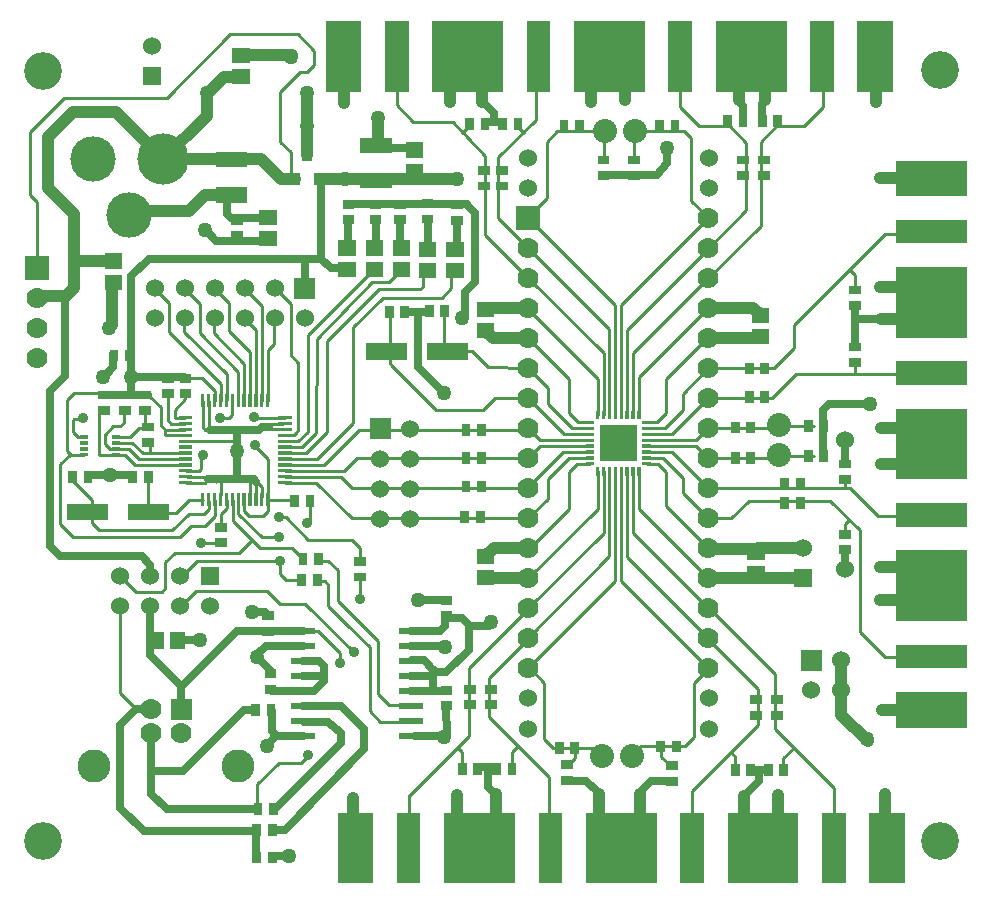
<source format=gbr>
G04 start of page 2 for group 0 idx 0 *
G04 Title: (unknown), top *
G04 Creator: pcb 1.99z *
G04 CreationDate: Fri Sep 27 15:25:28 2013 UTC *
G04 For: tim *
G04 Format: Gerber/RS-274X *
G04 PCB-Dimensions (mil): 3240.00 2900.00 *
G04 PCB-Coordinate-Origin: lower left *
%MOIN*%
%FSLAX25Y25*%
%LNTOP*%
%ADD43C,0.1450*%
%ADD42C,0.1250*%
%ADD41C,0.0300*%
%ADD40C,0.0900*%
%ADD39C,0.0380*%
%ADD38C,0.0450*%
%ADD37C,0.0480*%
%ADD36C,0.0580*%
%ADD35C,0.0350*%
%ADD34C,0.1000*%
%ADD33C,0.0200*%
%ADD32C,0.1260*%
%ADD31C,0.0500*%
%ADD30C,0.0360*%
%ADD29R,0.0118X0.0118*%
%ADD28R,0.0200X0.0200*%
%ADD27R,0.0340X0.0340*%
%ADD26R,0.0110X0.0110*%
%ADD25R,0.0551X0.0551*%
%ADD24R,0.0295X0.0295*%
%ADD23R,0.0512X0.0512*%
%ADD22R,0.1181X0.1181*%
%ADD21R,0.0787X0.0787*%
%ADD20C,0.0800*%
%ADD19C,0.1710*%
%ADD18C,0.1510*%
%ADD17C,0.1100*%
%ADD16C,0.0600*%
%ADD15C,0.0700*%
%ADD14C,0.0001*%
%ADD13C,0.0250*%
%ADD12C,0.0400*%
%ADD11C,0.0100*%
G54D11*X236255Y203655D02*X253537Y220937D01*
X207078Y194397D02*X236094Y223413D01*
X209046Y186289D02*X236170Y213413D01*
X205110Y194397D02*X176094Y223413D01*
X203143Y186292D02*X175941Y213493D01*
X201174Y178334D02*X176094Y203413D01*
X211015Y178334D02*X236094Y203413D01*
X212983Y170344D02*X236094Y193456D01*
X222094Y169913D02*X235594Y183413D01*
X199206Y169802D02*X175594Y193413D01*
X189594Y169913D02*X176094Y183413D01*
X182594Y166913D02*X176094Y173413D01*
X248813Y248496D02*X243301Y254008D01*
G54D12*X246450Y262670D02*Y275268D01*
G54D13*X247594Y256413D02*Y260913D01*
X246094Y262413D01*
G54D11*X253537Y220937D02*Y248890D01*
X258655Y254008D01*
X268104D01*
X274403Y260307D01*
Y276843D01*
G54D12*X255112Y262670D02*Y276056D01*
X292120Y262276D02*Y276843D01*
X293301Y236685D02*X310624D01*
G54D13*X254094Y255913D02*Y261413D01*
X255594Y262913D01*
G54D11*X236138Y213457D02*X236214D01*
X248813Y226056D01*
Y248496D01*
X236214Y223300D02*X230309Y229205D01*
Y250071D01*
X227946Y252433D02*X210781D01*
X185820D02*X201175D01*
G54D12*X196844Y262276D02*Y276843D01*
X197238Y277237D01*
X208261Y262670D02*Y276449D01*
G54D11*X201175Y242985D02*Y252040D01*
X211411Y243378D02*Y252040D01*
X243301Y254008D02*X233065D01*
X226765Y260307D01*
Y277237D01*
Y266213D01*
X230309Y250071D02*X227946Y252433D01*
G54D13*X201175Y237867D02*X218891D01*
X222435Y241804D01*
Y247315D01*
G54D11*X207078Y157862D02*Y194397D01*
X209046Y157862D02*Y186289D01*
X211015Y157862D02*Y178334D01*
X205110Y157862D02*Y194397D01*
X203143Y157862D02*Y186292D01*
X212983Y157862D02*Y170344D01*
X201174Y157862D02*Y178334D01*
X199206Y157862D02*Y169802D01*
X232078Y149397D02*X236094Y153413D01*
X224046Y151365D02*X236094Y163413D01*
X227594Y159413D02*Y164913D01*
X236094Y173413D01*
X222094Y158413D02*Y169913D01*
X215543Y153334D02*X221515D01*
X215543Y155302D02*X218983D01*
X221515Y153334D02*X227594Y159413D01*
X218983Y155302D02*X222094Y158413D01*
X215543Y149397D02*X232078D01*
X215543Y151365D02*X224046D01*
G54D13*X281594Y141413D02*Y149413D01*
G54D11*Y135913D02*X281094Y136413D01*
X215543Y147430D02*X232078D01*
X215543Y145461D02*X224046D01*
X215543Y143493D02*X221015D01*
X227594Y136913D01*
X215543Y141524D02*X219483D01*
X222094Y138913D01*
X196646Y149397D02*X180110D01*
X176094Y153413D01*
X196646Y151365D02*X188143D01*
X196646Y153334D02*X190674D01*
X196646Y155302D02*X192706D01*
X187643Y145461D02*X175844Y133663D01*
X189674Y143493D02*X182594Y136413D01*
X192206Y141524D02*X189594Y138913D01*
X188143Y151365D02*X176094Y163413D01*
X190674Y153334D02*X182594Y161413D01*
Y166913D01*
X192706Y155302D02*X189594Y158413D01*
Y169913D01*
X196646Y147430D02*X180110D01*
X176094Y143413D01*
X196646Y145461D02*X187643D01*
X196646Y143493D02*X189674D01*
X196646Y141524D02*X192206D01*
G54D12*X236137Y193456D02*X251097D01*
X253537Y191016D01*
X236094Y183413D02*X253020D01*
G54D11*X264561Y179993D02*Y187867D01*
G54D13*X285094Y180413D02*Y194413D01*
X294094Y189913D02*X285094D01*
G54D11*Y174913D02*Y171413D01*
Y199913D02*Y204413D01*
X283094Y206413D01*
X236255Y203574D02*Y203655D01*
X236094Y83413D02*Y83261D01*
X236130Y93378D02*X236214D01*
Y153615D02*X258782D01*
X236094Y143413D02*X258663D01*
X258823Y153574D02*X259553Y154304D01*
X271450Y154008D02*X259848D01*
X259553Y154304D01*
X260722D01*
X261017Y154008D01*
X258663Y143413D02*X259553Y144304D01*
X271450Y144166D02*X259691D01*
X259553Y144304D01*
G54D13*X274403Y144166D02*Y159520D01*
G54D11*X236094Y133413D02*X283187D01*
X236094Y123413D02*X243808D01*
X249600Y129205D01*
X276765D01*
G54D12*X235427Y113063D02*X268267Y113457D01*
X235427Y103615D02*X268224Y103422D01*
G54D11*X286608Y119363D02*Y85504D01*
G54D13*X281594Y106413D02*Y112413D01*
G54D11*X294876Y77237D02*X311017D01*
G54D12*X293301Y107158D02*X310230D01*
X293301Y96134D02*X309443D01*
G54D11*X281594Y117913D02*Y121413D01*
X283094Y122913D01*
X236094Y173413D02*X257868Y173300D01*
X236094Y163413D02*X257430D01*
X265348Y171331D01*
X257868Y173300D02*X264561Y179993D01*
G54D13*X274403Y159520D02*X276372Y161489D01*
X290151D01*
G54D11*X264561Y187867D02*X294876Y218181D01*
X309836D01*
X292513Y124087D02*X310230D01*
G54D12*X293301Y200465D02*X309836D01*
X293694Y189835D02*X310230D01*
X293694Y153615D02*X310230D01*
X293694Y141410D02*X309836D01*
G54D11*X265348Y171331D02*X310230D01*
X232078Y147430D02*X236094Y143413D01*
X224046Y145461D02*X236094Y133413D01*
X227594Y136913D02*Y131913D01*
X281594Y133413D02*Y135913D01*
X205110Y138965D02*Y102430D01*
X207078Y138965D02*Y102430D01*
X209046Y138965D02*Y110461D01*
X211015Y138965D02*Y118493D01*
X203143Y138965D02*Y110656D01*
X201174Y138965D02*Y118493D01*
X209046Y110461D02*X236094Y83413D01*
X211015Y118493D02*X236094Y93413D01*
X203143Y110656D02*X175900Y83413D01*
X201174Y118493D02*X176094Y93413D01*
X199206Y138965D02*Y126524D01*
X182594Y136413D02*Y129800D01*
X189594Y138913D02*Y126413D01*
X199206Y126524D02*X176094Y103413D01*
X182594Y129800D02*X176094Y123300D01*
X189594Y126413D02*X176594Y113413D01*
X212983Y138965D02*Y126524D01*
X222094Y138913D02*Y127413D01*
X212983Y126524D02*X236094Y103413D01*
X227594Y131913D02*X236094Y123413D01*
X222094Y127413D02*X236094Y113413D01*
X283187Y133413D02*X292513Y124087D01*
X276765Y129205D02*X286608Y119363D01*
X236214Y93378D02*X258261Y71331D01*
Y53221D01*
G54D12*X280466Y76056D02*Y57788D01*
G54D11*X236094Y83261D02*X252750Y66607D01*
Y54402D01*
X236214Y73300D02*X231490Y68575D01*
Y50465D01*
X286608Y85504D02*X294876Y77237D01*
X258261Y53221D02*X277946Y33536D01*
Y13457D01*
G54D12*X294876Y31567D02*Y14244D01*
X259443Y31174D02*Y14244D01*
G54D11*X261094Y39413D02*Y43413D01*
X264594Y46913D01*
G54D12*X280466Y57788D02*X289364Y49284D01*
X294088Y59520D02*X310624D01*
G54D13*X250094Y39413D02*X255594D01*
X253094D02*Y35913D01*
X248094Y30913D01*
G54D11*X252750Y54402D02*X230702Y32355D01*
G54D12*X248025Y30780D02*Y13851D01*
G54D11*X245094Y39913D02*Y43913D01*
X243594Y45413D01*
X230702Y32355D02*Y13457D01*
G54D13*X224009Y35701D02*X217120D01*
X213380Y31961D01*
G54D12*Y31567D02*Y13851D01*
X199600Y31567D02*Y13457D01*
G54D13*X189364Y35898D02*X195269D01*
X199206Y31961D01*
G54D11*X231490Y50465D02*X228340Y47315D01*
X213773D01*
X210624Y44166D01*
X220466Y43772D02*Y47315D01*
X181490Y49678D02*X184246Y46922D01*
X198025D01*
X200781Y44166D01*
X189364Y41016D02*X191726Y43378D01*
Y46922D01*
X224009Y41016D02*X223222D01*
X220466Y43772D01*
X175900Y83219D02*Y83065D01*
X162986Y70150D01*
X175978Y92985D02*X156293Y73300D01*
G54D13*Y79599D02*Y87867D01*
Y87473D02*X162986D01*
X163773Y88260D01*
X137002Y80819D02*X148380D01*
X148419Y80780D01*
X148458Y80819D01*
X141569Y75819D02*X144482Y72906D01*
X137002Y70819D02*X144206D01*
X141332Y76056D02*X137238D01*
X144482Y72906D02*Y65819D01*
X144206Y70819D02*X144482Y70544D01*
X137002Y65819D02*X148616D01*
X148813Y72119D02*X156293Y79599D01*
X148813Y72119D02*X145269D01*
X144679Y72709D01*
G54D11*X205110Y102430D02*X176094Y73413D01*
X207078Y102430D02*X236094Y73413D01*
X156293Y50859D02*X136214Y30780D01*
X154094Y40413D02*Y45413D01*
X152594Y46913D01*
G54D13*X138183Y50819D02*X148852D01*
X148813Y60898D02*X148852Y50819D01*
G54D11*X125978Y64638D02*X129521Y61095D01*
X123222Y59126D02*X126765Y55583D01*
G54D13*X121254Y46528D02*Y53221D01*
G54D11*X118104Y78811D03*
X129521Y61095D02*X135702D01*
X126765Y55583D02*X136765D01*
X136214Y31174D02*Y13457D01*
Y15032D01*
G54D12*X117710Y29993D02*Y14244D01*
G54D11*X183065Y37079D02*Y13851D01*
G54D12*X165348Y31567D02*Y13851D01*
X152356Y31174D02*Y15032D01*
G54D13*X162594Y33913D02*X165094Y31413D01*
G54D11*X162986Y70150D02*Y57158D01*
X156293Y73300D02*Y50859D01*
X176372Y73693D02*X181490Y68575D01*
Y49678D01*
X162986Y57158D02*X183065Y37079D01*
G54D13*X159094Y40413D02*X165594D01*
X162594Y39913D02*Y33913D01*
G54D11*X170594Y40413D02*Y45413D01*
X172594Y47413D01*
G54D13*X101002Y50819D02*X92474D01*
X92120D02*X88970Y47709D01*
X91726Y26449D02*X113774Y48496D01*
X94876Y19363D02*X121254Y46528D01*
G54D11*X85820Y34717D02*X92907Y41804D01*
X100387D01*
X102750Y44166D01*
X85820Y26449D02*Y34717D01*
G54D13*X85427Y18575D02*Y10701D01*
X90939D02*X96844D01*
X113774Y48496D02*Y51646D01*
G54D11*X123222Y59126D02*Y80386D01*
X125978Y64638D02*Y82355D01*
X113380Y78418D02*Y75268D01*
G54D13*X113774Y51646D02*X109443Y55583D01*
X101238D01*
X113206Y60819D02*X101002D01*
X102356Y65819D02*X90742D01*
X101962D02*X104718D01*
X107868Y68969D01*
Y74087D01*
X106293Y75662D01*
X101159D01*
X101002Y70819D02*X107750D01*
X107868Y70937D01*
X121254Y53221D02*X113773Y60701D01*
X66135Y26449D02*X86017D01*
X48025Y18969D02*X85427D01*
X85820Y19363D01*
X90742D02*X94876D01*
X50340Y51658D02*Y31615D01*
X40151Y54402D02*Y26843D01*
X48025Y18969D01*
X50340Y31615D02*X55506Y26449D01*
X66923D01*
X50387Y39048D02*X61017D01*
X81490Y59520D01*
X85033D01*
X85427Y59126D01*
X90545D02*Y52433D01*
X92120Y50859D01*
X101002Y80819D02*X89403D01*
X79128Y85898D02*X100923D01*
X89403Y80819D02*X89364Y80780D01*
X88576D01*
X88183Y80386D02*X85427Y77630D01*
X90151Y71528D02*Y72906D01*
X85820Y77237D01*
X60340Y67110D02*X79128Y85898D01*
X60340Y59658D02*Y67110D01*
G54D11*X50781Y93300D02*X50072Y94008D01*
G54D13*X60340Y67394D02*X60230D01*
X59600Y82945D02*X66805D01*
X67041Y83181D01*
X60230Y67394D02*X49994Y77630D01*
Y93930D01*
X50072Y94008D01*
G54D11*X65348Y99284D02*X59679Y93615D01*
X53931Y98890D02*X55112Y100071D01*
X45269Y98890D02*X53931D01*
G54D13*X50340Y59658D02*X45407D01*
X40151Y54402D01*
G54D11*X40072Y94008D02*Y64993D01*
X45407Y59658D01*
X40072Y104008D02*X40151D01*
X45269Y98890D01*
X125978Y82355D02*X118891Y89441D01*
X123222Y80386D02*X115348Y88260D01*
X118891Y89441D02*X112592Y95741D01*
X115348Y88260D02*X109443Y94166D01*
X118104Y78811D02*X101569Y94953D01*
X101049Y85772D02*X106025D01*
X113380Y78418D01*
X112592Y95741D02*Y105977D01*
X109443Y109126D01*
X106883D01*
X109443Y94166D02*Y101252D01*
X108261Y102433D01*
X120072Y96528D02*Y103811D01*
X108261Y102433D02*X106096D01*
X105702Y102827D01*
X95269D02*X100584D01*
X101569Y94953D02*X93301D01*
X88970Y99284D01*
X99600Y111292D02*X100978Y109914D01*
X97435Y113457D02*X100978Y109914D01*
X92907Y108733D02*X93301Y109126D01*
X102750Y116213D02*X117317D01*
X120072Y113457D01*
Y108930D01*
G54D13*X50072Y104008D02*Y107867D01*
G54D11*X55112Y100071D02*Y108733D01*
X58261Y111882D01*
X88970Y99284D02*X65348D01*
X60624Y104008D02*X65742Y109126D01*
X92907D01*
X58261Y111882D02*X79521D01*
X66923Y115032D02*X73025D01*
X68104Y124874D02*X62986D01*
X57474Y119363D01*
X63773Y120937D02*X59836Y117000D01*
X71568Y129546D02*Y124007D01*
X68498Y120937D01*
X68104Y124874D02*X69600Y126331D01*
Y129114D01*
X49206Y125268D02*X58624D01*
X68498Y120937D02*X63773D01*
X58624Y125268D02*X62946Y129559D01*
X67631Y129546D01*
X57474Y119363D02*X40939D01*
X81408Y129584D02*X81410Y125742D01*
X77513Y122591D02*X86608Y113457D01*
X79521Y111882D02*X83852Y116213D01*
X79403Y126134D02*Y124953D01*
X87395Y117000D01*
X81410Y125742D02*X83065Y124087D01*
X87789D01*
X89324Y125662D01*
X87395Y117000D02*X92906D01*
X92907D01*
X86608Y113457D02*X97435D01*
X93301Y109126D02*Y104796D01*
X95269Y102827D01*
X89324Y125662D02*Y129232D01*
X92907Y123693D02*X95269D01*
X103340Y129205D02*Y122709D01*
X89244Y129599D02*X97828D01*
X98222Y129205D01*
X95269Y123693D02*X102750Y116213D01*
X103340Y122709D02*X102356Y121725D01*
X175896Y173611D02*X162592Y173693D01*
G54D12*X176094Y183413D02*X164289D01*
X161805Y185898D01*
X176094Y193413D02*X162234D01*
G54D13*X154915Y191213D02*X153931Y190229D01*
G54D11*X162592Y173693D02*X157255Y179031D01*
X145269Y159520D02*X130171Y174619D01*
G54D13*X139364Y173693D02*X148419Y164638D01*
G54D11*X145269Y159520D02*X161017D01*
G54D13*X139364Y192197D02*Y173693D01*
X134836Y192197D02*X142710D01*
G54D11*X157080Y179205D02*X148025D01*
X161017Y159520D02*X164954Y163457D01*
X175978D01*
X175972Y133536D02*X176094Y133413D01*
X177143Y144461D02*X176059Y143378D01*
G54D12*X176094Y113413D02*X164517D01*
X161805Y110701D01*
X176094Y103413D02*X162006D01*
G54D11*X114699Y139186D02*X118891Y143378D01*
X176059D01*
X119567Y152861D02*X176681Y152827D01*
X176723Y152785D01*
X176414D01*
X176372Y152827D01*
X117317Y123300D02*X175981D01*
X117317Y133536D02*X175972D01*
X94986Y135249D02*X105367D01*
X117317Y123300D01*
X94986Y137217D02*X113635D01*
X117317Y133536D01*
X94986Y139186D02*X114699D01*
X94986Y141154D02*X107894Y141187D01*
X119567Y152861D01*
X95528Y151016D02*X97919D01*
X97963Y151050D02*X99095Y152198D01*
X92907Y117000D02*X92513D01*
G54D13*X50072Y107867D02*X47238Y110701D01*
X20072D02*X16529Y114244D01*
G54D11*X59836Y117000D02*X24403D01*
G54D13*X47238Y110701D02*X20072D01*
G54D11*X77513Y122591D02*Y129544D01*
X79403Y125741D02*Y129545D01*
X61928Y135248D02*X68241D01*
X73536Y131278D02*Y135188D01*
X75505Y129546D02*Y126763D01*
X73616Y124874D01*
X69285Y137237D02*X62185D01*
G54D13*X69285Y136292D02*X84600D01*
G54D11*X61928Y139185D02*X66272D01*
X66923Y139835D01*
X71568Y135819D02*X72041Y136292D01*
Y135584D01*
X83419Y136292D02*Y129625D01*
X85348Y129599D02*X85347Y134598D01*
X86135Y135111D02*X87317Y133930D01*
Y130411D01*
G54D13*X84600Y136292D02*X85348Y135504D01*
G54D11*X73616Y124874D02*Y120347D01*
X67630Y162604D02*Y153695D01*
X68498Y152827D01*
X69561Y153575D02*Y162483D01*
X66923Y139835D02*Y144559D01*
X68910Y152924D02*X69167Y153181D01*
X94198Y152965D02*X89226D01*
X88813Y154914D02*X94296D01*
X94986Y156902D02*X84777D01*
X84639Y156764D01*
G54D13*X87002Y153615D02*X86214Y152827D01*
X89561Y153851D02*X87198D01*
G54D11*X89244Y129546D02*X89284Y143065D01*
X84639Y147709D01*
G54D13*X79088Y136410D02*Y152709D01*
X79128Y152433D02*X79521Y152827D01*
G54D11*X71567Y162604D02*Y165506D01*
X77472Y162604D02*Y157864D01*
X76372Y156764D01*
X73222D01*
G54D13*X86214Y152827D02*X69954Y152788D01*
G54D11*X62090Y149006D02*X79114D01*
X54954Y152945D02*X61633D01*
X54954D02*Y150977D01*
X61633D01*
X49290Y164441D02*X49880D01*
X49908Y163940D02*X53537Y160307D01*
Y154402D01*
X48419Y153811D02*Y159323D01*
X71567Y165345D02*Y165900D01*
X53537Y154402D02*X54954Y152945D01*
G54D13*X16529Y114244D02*Y165819D01*
G54D11*X24403Y117000D02*X20072Y121331D01*
Y141410D01*
X23222Y144559D01*
G54D13*X44088Y137867D02*X30309D01*
G54D11*X49206Y125268D02*Y136882D01*
X49403Y137079D01*
X37789Y154008D02*X40151D01*
X41332Y155189D01*
Y158930D01*
X41726Y159323D01*
X40939Y119363D02*X33065D01*
X30702Y121725D01*
Y129599D01*
X24403Y135898D01*
G54D13*X139364Y96134D02*X148616D01*
X148813Y95937D01*
X156293Y87867D02*X153931Y90229D01*
X148813D01*
X137002Y85819D02*X146765D01*
X148419Y87473D01*
Y90426D01*
X148813Y90229D02*X148419Y89835D01*
X148813Y90229D02*X148419Y90622D01*
X83852Y92000D02*X88182D01*
X89364Y90819D01*
G54D11*X94986Y143123D02*X105539D01*
X94986Y145091D02*X101903D01*
X94986Y147060D02*X100570Y147073D01*
X96647Y149008D02*X99431D01*
X105600Y143191D02*X117716Y155280D01*
X102002Y145111D02*X109014Y152123D01*
X100702Y147079D02*X105481Y151858D01*
X99446Y149018D02*X102699Y152204D01*
X109004Y152197D02*X109049Y172513D01*
X99206Y152326D02*Y175268D01*
X96844Y177630D01*
X68241Y135248D02*X69679Y136685D01*
X68498Y152827D02*X68891D01*
X69561Y153575D01*
X61805Y164835D02*Y163063D01*
X87315Y162604D02*Y194089D01*
X81332Y200071D01*
X76372Y195032D02*X71332Y200071D01*
X66529Y194874D02*X61332Y200071D01*
X85346Y186058D02*X81332Y190071D01*
X76372Y185898D02*Y195032D01*
X71254Y185111D02*Y189993D01*
X71332Y190071D01*
X66529Y185111D02*Y194874D01*
X61805Y189599D02*X61332Y190071D01*
X75501Y171415D02*Y162768D01*
X73535Y164557D02*Y168263D01*
X71567Y165900D02*X67317Y170150D01*
X61805D01*
X61411Y170544D01*
X176015Y213493D02*X175941D01*
X176094Y203413D02*Y203498D01*
X161805Y217788D01*
X175941Y213493D02*X166135Y223300D01*
Y243772D01*
X161805Y217788D02*X161805Y244166D01*
G54D13*X152356Y222709D02*Y213850D01*
X155702Y227827D02*X158261Y225268D01*
Y202040D01*
X155112Y198890D01*
X154915Y198693D02*Y191213D01*
G54D11*X176372Y223300D02*Y224087D01*
X182277Y229993D01*
Y248890D01*
X185820Y252433D01*
X132277Y261095D02*Y277237D01*
X150782Y255583D02*X137789Y255583D01*
X132277Y261095D01*
G54D12*X125978Y248891D02*Y257158D01*
X152750Y236292D02*X106935Y236293D01*
X107007Y236293D02*X107474D01*
G54D13*X107080Y235899D02*X106687Y236293D01*
X116135Y228024D02*X155506D01*
X138183Y246922D02*X127553D01*
X125978Y248497D01*
G54D11*X156094Y254413D02*Y253913D01*
X154094Y251913D01*
X166135Y243772D02*X178734Y255977D01*
X173094Y254413D02*Y253413D01*
X174594Y251913D01*
G54D12*X149994Y262276D02*Y277237D01*
Y272512D01*
G54D11*X178734Y255977D02*Y276449D01*
X161805Y244166D02*X150978Y255387D01*
G54D12*X160624Y262276D02*Y276056D01*
G54D13*X167594Y255413D02*X161594D01*
X164594Y255913D02*Y258413D01*
X160594Y262413D01*
G54D11*X117677Y155362D02*X117710Y187079D01*
X109049Y172119D02*Y182355D01*
X105466Y151983D02*X105506Y183142D01*
X102750Y152229D02*Y184324D01*
X89283Y162604D02*Y179518D01*
X85346Y162604D02*Y186058D01*
X83378Y162604D02*Y178892D01*
X81409Y162604D02*Y174956D01*
X79441Y162604D02*Y172199D01*
X89283Y179518D02*X91332Y181567D01*
X83378Y178892D02*X76372Y185898D01*
X81409Y174956D02*X71254Y185111D01*
X79441Y172199D02*X66529Y185111D01*
X61293Y185622D02*X75501Y171415D01*
X73535Y168263D02*X56293Y185504D01*
G54D13*X37789Y173693D02*Y178024D01*
X43694Y204008D02*Y164441D01*
X107080Y209914D02*X49600D01*
X43694Y204008D01*
G54D11*X56293Y195111D02*X51332Y200071D01*
G54D12*X37395Y201646D02*Y187867D01*
X36214Y186685D01*
G54D11*X56293Y185504D02*Y195111D01*
X56175Y195229D01*
X61293Y190111D02*Y185622D01*
G54D12*X24797Y209126D02*Y200071D01*
X22041Y197315D01*
X12750D01*
G54D13*X21647Y196922D02*X22041Y197315D01*
G54D12*X37395Y209126D02*X24797D01*
G54D11*X24811Y165027D02*X35328D01*
X34246Y159520D02*X33065Y158339D01*
X24797Y156370D02*X27159D01*
X27553Y156764D01*
X22434Y162670D02*Y152040D01*
Y152433D02*Y145741D01*
X23616Y144559D01*
X24403Y152040D02*Y155977D01*
X24797Y156370D01*
X27948Y150465D02*X27947Y150464D01*
X33065Y158339D02*Y147315D01*
Y144559D01*
X28732Y150463D02*X25980D01*
X24403Y152040D01*
X23616Y144559D02*X27946D01*
D03*
X27159D01*
D03*
X27948Y150465D02*X27946Y150463D01*
X28732D02*X28734Y150465D01*
X33065Y144559D02*X38576D01*
D03*
X38183D03*
X38576Y146528D02*X36608D01*
X35033Y148103D01*
Y151252D01*
X37789Y154008D01*
X38576Y148495D02*X44089D01*
X47513Y145071D01*
X39363Y146528D02*X42907D01*
X46332Y143103D01*
X47513Y145071D02*X61943D01*
X49994Y145150D02*Y148890D01*
X46332Y143103D02*X62080D01*
X38183Y144559D02*X41726D01*
X45151Y141134D01*
X61372D01*
X38576Y150463D02*X43299D01*
X46450Y153615D01*
G54D13*X49290Y164441D02*X36101D01*
G54D11*X73535Y162604D02*Y164719D01*
X46450Y153615D02*X49994D01*
G54D13*X43694Y170544D02*X61214D01*
X61805Y169953D01*
G54D11*Y163063D02*X58261Y159520D01*
Y156922D01*
X61791D01*
X55899Y164835D02*Y155977D01*
X56923Y154953D01*
X61633D01*
G54D13*X34246Y170544D02*X34639D01*
X37789Y173693D01*
G54D11*X22435Y162670D02*X24797Y165032D01*
G54D13*X16529Y165819D02*X21647Y170937D01*
Y196922D01*
G54D12*X24797Y208733D02*Y224874D01*
X16135Y233536D01*
X62986Y225662D02*X42907D01*
G54D11*X12198Y228811D02*X9836Y231174D01*
G54D13*X72041Y215819D02*X68891Y218969D01*
G54D12*X16135Y233536D02*Y250465D01*
G54D11*X12198Y206764D02*Y228811D01*
X9836Y231174D02*Y252040D01*
G54D12*X16135Y250465D02*X24403Y258733D01*
X38576D01*
X54324Y242985D01*
G54D11*X9836Y252040D02*X21254Y263457D01*
G54D12*X68891Y257552D02*X54324Y242985D01*
G54D11*X21254Y263457D02*X55506D01*
G54D12*X114560Y261882D02*Y277237D01*
Y270937D01*
X102319Y244492D02*Y254365D01*
X102356Y265426D01*
X102319Y254439D01*
G54D11*X104718Y274481D02*X102356Y272119D01*
G54D12*X80309Y277630D02*X97238Y277630D01*
X80309Y270544D02*X74797D01*
G54D11*X76765Y284717D02*X99206D01*
X104718Y279205D01*
Y274481D01*
X102356Y272119D02*X99994D01*
X93301Y265426D01*
Y248890D01*
X96844Y245347D01*
X129915Y192197D02*Y174874D01*
X117710Y187079D02*X127553Y196922D01*
X109049Y182355D02*X126372Y199678D01*
X148025Y192591D02*Y179205D01*
X147238Y196922D02*X150387Y200071D01*
Y204796D01*
X151569Y205977D01*
X151175D01*
X150387Y205189D01*
X127553Y196922D02*X147238D01*
X126372Y199678D02*X140151D01*
X140939Y200465D01*
Y204402D01*
X124153Y202040D02*X129521D01*
X133852Y206371D01*
X140939Y204402D02*X142513Y205977D01*
G54D13*Y223103D02*Y213457D01*
X133458Y222906D02*Y214638D01*
X125191Y213850D02*Y213851D01*
Y222906D02*Y213850D01*
G54D11*X105506Y183142D02*X124153Y202040D01*
X102750Y184324D02*X124797Y206371D01*
G54D13*X107080Y218575D02*Y209914D01*
X110230Y206764D01*
X115348D01*
X101569Y200071D02*Y209914D01*
G54D11*X91726Y199678D02*X91332Y200071D01*
Y181567D02*Y190071D01*
X96844Y177630D02*Y194796D01*
X91569Y200071D01*
G54D12*X74797Y270544D02*X69285Y265032D01*
X76765Y242984D02*X52356Y242985D01*
X68891Y265032D02*Y257552D01*
G54D11*X55506Y263457D02*X76765Y284717D01*
G54D12*X75584Y231174D02*X68498D01*
X62986Y225662D01*
G54D13*X116135Y213850D02*Y215032D01*
X88970Y215819D02*X72041D01*
X116135Y222906D02*Y213850D01*
X107080Y218181D02*Y235899D01*
G54D12*X98419Y236292D02*X93694D01*
G54D11*X96844Y245347D02*Y237079D01*
X97238Y236685D01*
G54D13*X75584Y230780D02*Y224874D01*
G54D12*X93694Y236292D02*X87002Y242985D01*
X76765D01*
G54D13*X75584Y224874D02*X77159Y223300D01*
X89364D01*
G54D14*G36*
X172094Y227413D02*Y219413D01*
X180094D01*
Y227413D01*
X172094D01*
G37*
G54D15*X176094Y213413D03*
Y203413D03*
G54D16*X175978Y233536D03*
Y243378D03*
G54D15*X176094Y193413D03*
Y183413D03*
Y173413D03*
Y163413D03*
Y153413D03*
Y143413D03*
G54D16*X175978Y63457D03*
Y53221D03*
G54D14*G36*
X123265Y156721D02*Y149721D01*
X130265D01*
Y156721D01*
X123265D01*
G37*
G54D16*X136765Y153221D03*
X126765Y143221D03*
X136765D03*
Y133221D03*
Y123221D03*
X126765Y133221D03*
Y123221D03*
G54D14*G36*
X67072Y107008D02*Y101008D01*
X73072D01*
Y107008D01*
X67072D01*
G37*
G54D16*X70072Y94008D03*
X60072Y104008D03*
Y94008D03*
X50072Y104008D03*
Y94008D03*
X40072Y104008D03*
Y94008D03*
G54D14*G36*
X56840Y63158D02*Y56158D01*
X63840D01*
Y63158D01*
X56840D01*
G37*
G54D15*X50340Y59658D03*
Y51658D03*
G54D17*X31340Y40658D03*
G54D15*X60340Y51658D03*
G54D17*X79340Y40658D03*
G54D14*G36*
X8198Y210764D02*Y202764D01*
X16198D01*
Y210764D01*
X8198D01*
G37*
G54D15*X12198Y196764D03*
Y186764D03*
Y176764D03*
G54D14*G36*
X47781Y273937D02*Y267937D01*
X53781D01*
Y273937D01*
X47781D01*
G37*
G54D16*X50781Y280937D03*
X51569Y200071D03*
G54D18*X42907Y224481D03*
X31096Y242985D03*
G54D19*X54324D03*
G54D16*X51569Y190071D03*
G54D14*G36*
X98069Y203571D02*Y196571D01*
X105069D01*
Y203571D01*
X98069D01*
G37*
G54D16*X101569Y190071D03*
X91569Y200071D03*
Y190071D03*
X81569Y200071D03*
Y190071D03*
X71569Y200071D03*
Y190071D03*
X61569Y200071D03*
Y190071D03*
G54D20*X259553Y144304D03*
Y154304D03*
G54D14*G36*
X264710Y106615D02*Y100615D01*
X270710D01*
Y106615D01*
X264710D01*
G37*
G54D16*X267710Y113615D03*
G54D14*G36*
X266966Y79556D02*Y72556D01*
X273966D01*
Y79556D01*
X266966D01*
G37*
G54D16*X280466Y76056D03*
Y66056D03*
X270466D03*
G54D15*X176094Y133413D03*
Y123413D03*
Y113413D03*
Y103413D03*
Y93413D03*
Y83413D03*
Y73413D03*
G54D20*X200781Y44166D03*
X210781D03*
G54D15*X236094Y73413D03*
Y83413D03*
Y93413D03*
G54D16*X236214Y53221D03*
Y63457D03*
G54D15*X236094Y103413D03*
Y113413D03*
Y123413D03*
Y133413D03*
Y143413D03*
Y153413D03*
Y163413D03*
Y173413D03*
Y183413D03*
Y193413D03*
Y203413D03*
Y213413D03*
Y223413D03*
G54D16*X236214Y243378D03*
Y233536D03*
G54D20*X201569Y252433D03*
X211569D03*
G54D21*X132277Y285111D02*Y269363D01*
G54D22*X114561Y283142D02*Y271331D01*
X149994Y283142D02*Y271331D01*
X161805Y283142D02*Y271331D01*
G54D23*X122436Y235899D02*X127946D01*
X122436Y247709D02*X127946D01*
G54D24*X156535Y255405D02*Y254421D01*
X161653Y255405D02*Y254421D01*
G54D21*X179521Y285111D02*Y269363D01*
G54D24*X167535Y255405D02*Y254421D01*
X172653Y255405D02*Y254421D01*
G54D22*X197238Y283142D02*Y271331D01*
G54D24*X193104Y254500D02*Y253516D01*
X187986Y254500D02*Y253516D01*
G54D22*X209049Y283142D02*Y271331D01*
G54D24*X166825Y234126D02*X167809D01*
X166825Y239244D02*X167809D01*
X160919Y234126D02*X161903D01*
X160919Y239244D02*X161903D01*
X200683Y237670D02*X201667D01*
X210919Y242788D02*X211903D01*
X210919Y237670D02*X211903D01*
G54D23*X161412Y103615D02*X162198D01*
X161412Y110701D02*X162198D01*
G54D24*X160427Y153319D02*Y152335D01*
X155309Y153319D02*Y152335D01*
X160427Y143870D02*Y142886D01*
X155309Y143870D02*Y142886D01*
X160427Y134422D02*Y133438D01*
X155309Y134422D02*Y133438D01*
X160033Y124185D02*Y123201D01*
X154915Y124185D02*Y123201D01*
X100978Y110406D02*Y109422D01*
X106096Y110406D02*Y109422D01*
X100584Y103319D02*Y102335D01*
X105702Y103319D02*Y102335D01*
X119580Y103811D02*X120564D01*
X119580Y108929D02*X120564D01*
X103340Y129697D02*Y128713D01*
G54D23*X161412Y185898D02*X162198D01*
X161412Y192984D02*X162198D01*
G54D25*X124600Y179008D02*X132868D01*
X145072D02*X153340D01*
G54D26*X209046Y139791D02*Y138138D01*
X211015Y139791D02*Y138138D01*
X212983Y139791D02*Y138138D01*
Y158688D02*Y157035D01*
X211015Y158688D02*Y157035D01*
X209046Y158688D02*Y157035D01*
X207078Y158688D02*Y157035D01*
X205110Y158688D02*Y157035D01*
X203142Y158688D02*Y157035D01*
X201173Y158688D02*Y157035D01*
X199205Y158688D02*Y157035D01*
X195819Y155302D02*X197472D01*
X195819Y153334D02*X197472D01*
X195819Y151365D02*X197472D01*
X195819Y149397D02*X197472D01*
G54D14*G36*
X199992Y154515D02*Y142311D01*
X212196D01*
Y154515D01*
X199992D01*
G37*
G54D26*X195819Y147429D02*X197472D01*
X195819Y145461D02*X197472D01*
X195819Y143492D02*X197472D01*
X195819Y141524D02*X197472D01*
G54D27*X98419Y236592D02*Y235992D01*
X106219Y236592D02*Y235992D01*
X102319Y244792D02*Y244192D01*
G54D23*X79916Y270544D02*X80702D01*
X79916Y277630D02*X80702D01*
X137790Y239048D02*X138576D01*
X137790Y246134D02*X138576D01*
X74404Y231174D02*X79914D01*
X74404Y242984D02*X79914D01*
X37396Y202040D02*X38182D01*
G54D24*X129718Y192689D02*Y191705D01*
X134836Y192689D02*Y191705D01*
X143104Y193083D02*Y192099D01*
X148222Y193083D02*Y192099D01*
G54D23*X115349Y206371D02*X116135D01*
G54D24*X115643Y222906D02*X116627D01*
X115643Y228024D02*X116627D01*
X124699Y222906D02*X125683D01*
X124699Y228024D02*X125683D01*
X132966Y222906D02*X133950D01*
X132966Y228024D02*X133950D01*
X142021Y223103D02*X143005D01*
G54D23*X133459Y213457D02*X134245D01*
X133459Y206371D02*X134245D01*
G54D24*X142021Y228221D02*X143005D01*
G54D23*X142120Y213063D02*X142906D01*
X142120Y205977D02*X142906D01*
G54D24*X151864Y222709D02*X152848D01*
X151864Y227827D02*X152848D01*
G54D23*X151176Y213063D02*X151962D01*
X151176Y205977D02*X151962D01*
X124404Y213457D02*X125190D01*
X124404Y206371D02*X125190D01*
X115349Y213457D02*X116135D01*
X88971Y216607D02*X89757D01*
X88971Y223693D02*X89757D01*
G54D24*X78636Y222709D02*X79620D01*
X78636Y217591D02*X79620D01*
G54D23*X37396Y209126D02*X38182D01*
G54D24*X43104Y178122D02*Y177138D01*
X37986Y178122D02*Y177138D01*
G54D23*X251569Y104796D02*X252355D01*
G54D22*X304718Y106764D02*X316529D01*
G54D24*X281102Y112854D02*X282086D01*
G54D23*X251569Y111882D02*X252355D01*
G54D24*X266726Y135209D02*Y134225D01*
X261608Y135209D02*Y134225D01*
X266726Y128910D02*Y127926D01*
X261608Y128910D02*Y127926D01*
X269482Y154500D02*Y153516D01*
X274600Y154500D02*Y153516D01*
X269482Y144658D02*Y143674D01*
X274600Y144658D02*Y143674D01*
G54D21*X302750Y124481D02*X318498D01*
G54D22*X304718Y142197D02*X316529D01*
G54D24*X281102Y141472D02*X282086D01*
X281102Y136354D02*X282086D01*
X281102Y117972D02*X282086D01*
G54D23*X253144Y183930D02*X253930D01*
X253144Y191016D02*X253930D01*
G54D24*X254915Y164343D02*Y163359D01*
X249797Y164343D02*Y163359D01*
X245072Y143870D02*Y142886D01*
X250190Y143870D02*Y142886D01*
X245072Y154107D02*Y153123D01*
X250190Y154107D02*Y153123D01*
X254915Y173792D02*Y172808D01*
X249797Y173792D02*Y172808D01*
G54D21*X226765Y285111D02*Y269363D01*
G54D22*X244482Y283142D02*Y271331D01*
G54D21*X274009Y285111D02*Y269363D01*
G54D22*X256293Y283142D02*Y271331D01*
X291726Y283142D02*Y271331D01*
G54D24*X247139Y237670D02*X248123D01*
X254226D02*X255210D01*
X247139Y242788D02*X248123D01*
X254226D02*X255210D01*
X200683D02*X201667D01*
X224994Y254500D02*Y253516D01*
X219876Y254500D02*Y253516D01*
X242535Y256405D02*Y255421D01*
X247653Y256405D02*Y255421D01*
X254035Y256405D02*Y255421D01*
X259153Y256405D02*Y255421D01*
G54D21*X302750Y218969D02*X318498D01*
G54D22*X304718Y236685D02*X316529D01*
X304718Y201252D02*X316529D01*
G54D21*X302750Y171725D02*X318498D01*
G54D22*X304718Y189441D02*X316529D01*
X304718Y154008D02*X316529D01*
G54D24*X284602Y199472D02*X285586D01*
X284602Y194354D02*X285586D01*
X284602Y180472D02*X285586D01*
X284602Y175354D02*X285586D01*
G54D26*X199205Y139791D02*Y138138D01*
X201173Y139791D02*Y138138D01*
X203142Y139791D02*Y138138D01*
X205110Y139791D02*Y138138D01*
X207078Y139791D02*Y138138D01*
X214716Y141524D02*X216369D01*
X214716Y143492D02*X216369D01*
X214716Y145461D02*X216369D01*
X214716Y147429D02*X216369D01*
X214716Y149397D02*X216369D01*
X214716Y151365D02*X216369D01*
X214716Y153334D02*X216369D01*
X214716Y155302D02*X216369D01*
G54D21*X183458Y21331D02*Y5583D01*
G54D22*X201175Y19363D02*Y7551D01*
G54D21*X230702Y21331D02*Y5583D01*
G54D22*X212986Y19363D02*Y7551D01*
X248419Y19363D02*Y7551D01*
G54D21*X277946Y21331D02*Y5583D01*
G54D22*X295663Y19363D02*Y7551D01*
X260230Y19363D02*Y7551D01*
G54D28*X98002Y85819D02*X104002D01*
X98002Y80819D02*X104002D01*
X98002Y75819D02*X104002D01*
G54D24*X88872Y85701D02*X89856D01*
X88872Y90819D02*X89856D01*
G54D28*X98002Y70819D02*X104002D01*
G54D24*X89659Y66410D02*X90643D01*
X89659Y71528D02*X90643D01*
X90348Y60012D02*Y59028D01*
X85230Y60012D02*Y59028D01*
G54D28*X98002Y65819D02*X104002D01*
X134002D02*X140002D01*
X98002Y60819D02*X104002D01*
X134002D02*X140002D01*
X98002Y55819D02*X104002D01*
X134002D02*X140002D01*
X98002Y50819D02*X104002D01*
X134002D02*X140002D01*
X134002Y70819D02*X140002D01*
X134002Y75819D02*X140002D01*
X134002Y80819D02*X140002D01*
X134002Y85819D02*X140002D01*
G54D24*X148321Y90819D02*X149305D01*
X148321Y95937D02*X149305D01*
X156195Y61292D02*X157179D01*
X148321Y60898D02*X149305D01*
X156195Y66410D02*X157179D01*
X148321Y66016D02*X149305D01*
X163281Y61292D02*X164265D01*
X163281Y66410D02*X164265D01*
G54D21*X136214Y21331D02*Y5583D01*
G54D22*X153931Y19363D02*Y7551D01*
X165742Y19363D02*Y7551D01*
X118498Y19363D02*Y7551D01*
G54D24*X86017Y26941D02*Y25957D01*
X91135Y26941D02*Y25957D01*
X85624Y19855D02*Y18871D01*
X90742Y19855D02*Y18871D01*
Y10799D02*Y9815D01*
X85624Y10799D02*Y9815D01*
X188478Y41213D02*X189462D01*
X188478Y36095D02*X189462D01*
X191529Y47414D02*Y46430D01*
X186411Y47414D02*Y46430D01*
X223517Y40819D02*X224501D01*
X223517Y35701D02*X224501D01*
X225387Y47807D02*Y46823D01*
X165535Y40405D02*Y39421D01*
X170653Y40405D02*Y39421D01*
X154035Y40405D02*Y39421D01*
X159153Y40405D02*Y39421D01*
X220269Y47807D02*Y46823D01*
X251471Y57748D02*X252455D01*
X251471Y62866D02*X252455D01*
X258557Y57748D02*X259541D01*
X258557Y62866D02*X259541D01*
G54D21*X302750Y77237D02*X318498D01*
G54D22*X304718Y94954D02*X316529D01*
X304718Y59520D02*X316529D01*
G54D24*X245035Y39905D02*Y38921D01*
X250153Y39905D02*Y38921D01*
X256035Y39905D02*Y38921D01*
X261153Y39905D02*Y38921D01*
G54D29*X37788Y144559D02*X39363D01*
X27159D02*X28734D01*
G54D24*X44285Y137571D02*Y136587D01*
X49403Y137571D02*Y136587D01*
X24206Y137571D02*Y136587D01*
X29324Y137571D02*Y136587D01*
G54D29*X37788Y146527D02*X39363D01*
X27159D02*X28734D01*
X37788Y148495D02*X39363D01*
X37788Y150463D02*X39363D01*
X27159D02*X28734D01*
X27159Y148495D02*X28734D01*
G54D23*X52081Y83063D02*Y82277D01*
X59167Y83063D02*Y82277D01*
G54D25*X24994Y125465D02*X33261D01*
X45466D02*X53734D01*
G54D24*X61313Y164835D02*X62297D01*
X61313Y169953D02*X62297D01*
X55407Y164835D02*X56391D01*
X55407Y169953D02*X56391D01*
X34147Y159323D02*X35131D01*
X34147Y164441D02*X35131D01*
X41234Y159323D02*X42218D01*
X41234Y164441D02*X42218D01*
X47927Y159323D02*X48911D01*
X47927Y164441D02*X48911D01*
X48714Y153811D02*X49698D01*
X73124Y115229D02*X74108D01*
X73124Y120347D02*X74108D01*
G54D26*X67593Y131265D02*Y127867D01*
X69561Y131265D02*Y127867D01*
X71530Y131265D02*Y127867D01*
X73498Y131265D02*Y127867D01*
X75467Y131265D02*Y127867D01*
X77435Y131265D02*Y127867D01*
X79404Y131265D02*Y127867D01*
G54D24*X98222Y129697D02*Y128713D01*
G54D26*X93249Y135269D02*X96647D01*
X81372Y131265D02*Y127867D01*
X83341Y131265D02*Y127867D01*
X85309Y131265D02*Y127867D01*
X87278Y131265D02*Y127867D01*
X89246Y131265D02*Y127867D01*
X93249Y137237D02*X96647D01*
X93249Y139206D02*X96647D01*
X93249Y141174D02*X96647D01*
X93249Y143143D02*X96647D01*
X93249Y145111D02*X96647D01*
X93249Y147080D02*X96647D01*
X93249Y149048D02*X96647D01*
X93249Y151017D02*X96647D01*
X93249Y152985D02*X96647D01*
X93249Y154954D02*X96647D01*
X93249Y156922D02*X96647D01*
X89245Y164323D02*Y160925D01*
X87277Y164323D02*Y160925D01*
X85308Y164323D02*Y160925D01*
X83340Y164323D02*Y160925D01*
X81371Y164323D02*Y160925D01*
X79403Y164323D02*Y160925D01*
X77434Y164323D02*Y160925D01*
X75466Y164323D02*Y160925D01*
X73497Y164323D02*Y160925D01*
X71529Y164323D02*Y160925D01*
X69560Y164323D02*Y160925D01*
X67592Y164323D02*Y160925D01*
G54D24*X48714Y148693D02*X49698D01*
G54D26*X60191Y156921D02*X63589D01*
X60191Y154953D02*X63589D01*
X60191Y152984D02*X63589D01*
X60191Y151016D02*X63589D01*
X60191Y149047D02*X63589D01*
X60191Y147079D02*X63589D01*
X60191Y145110D02*X63589D01*
X60191Y143142D02*X63589D01*
X60191Y141173D02*X63589D01*
X60191Y139205D02*X63589D01*
X60191Y137236D02*X63589D01*
X60191Y135268D02*X63589D01*
G54D30*X294876Y31567D03*
X259443Y31174D03*
X248025Y30780D03*
X213380Y31567D03*
G54D31*X288970Y49678D03*
G54D32*X313380Y15819D03*
G54D30*X294088Y59520D03*
X114560Y261882D03*
X149994Y262276D03*
X160624D03*
X196844D03*
X208261Y262670D03*
X246450D03*
G54D32*X14167Y272512D03*
G54D31*X102356Y254008D03*
X68891Y265032D03*
X96844Y277237D03*
X102356Y265032D03*
X125978Y256764D03*
X114954Y236292D03*
X152356D03*
G54D30*X199600Y31567D03*
X165348D03*
X152356Y31174D03*
X117710Y29993D03*
G54D31*X88970Y47315D03*
G54D30*X102750Y44559D03*
G54D31*X96450Y10701D03*
G54D32*X14167Y15819D03*
G54D31*X85820Y77237D03*
X83852Y92000D03*
G54D30*X118104Y78811D03*
X120072Y96528D03*
G54D31*X66529Y82945D03*
X148025Y50465D03*
X148419Y80386D03*
X139364Y96134D03*
X153931Y190229D03*
X163773Y88654D03*
X148025Y165032D03*
G54D30*X92907Y117000D03*
X93301Y109126D03*
X92907Y123693D03*
X66923Y115032D03*
X102356Y121725D03*
X27553Y156764D03*
G54D31*X36214Y186685D03*
X43694Y170544D03*
X36608Y137867D03*
X34246Y170544D03*
X79128Y145741D03*
G54D30*X85033Y147709D03*
X84639Y157158D03*
X67710Y144559D03*
X73222Y156764D03*
G54D31*X68498Y219363D03*
G54D30*X113380Y75268D03*
X255112Y262670D03*
G54D31*X222435Y246922D03*
G54D30*X292120Y262276D03*
G54D32*X313380Y272906D03*
G54D30*X293301Y236685D03*
Y200465D03*
X293694Y189835D03*
Y153615D03*
Y141410D03*
X293301Y107158D03*
G54D16*X281594Y106413D03*
G54D30*X293301Y96134D03*
G54D31*X290151Y161489D03*
G54D30*X203094Y151413D03*
X209094D03*
Y145413D03*
X203094Y145913D03*
G54D16*X281594Y149413D03*
G54D33*G54D13*G54D34*G54D33*G54D34*G54D13*G54D33*G54D13*G54D33*G54D13*G54D34*G54D13*G54D33*G54D13*G54D33*G54D13*G54D33*G54D13*G54D33*G54D13*G54D33*G54D34*G54D33*G54D35*G54D33*G54D13*G54D33*G54D35*G54D36*G54D37*G54D38*G54D37*G54D38*G54D37*G54D39*G54D37*G54D39*G54D40*G54D39*G54D40*G54D36*G54D37*G54D12*G54D41*G54D39*G54D42*G54D43*G54D39*G54D37*G54D39*G54D37*G54D12*G54D41*G54D37*G54D39*G54D37*G54D38*G54D37*G54D38*G54D37*M02*

</source>
